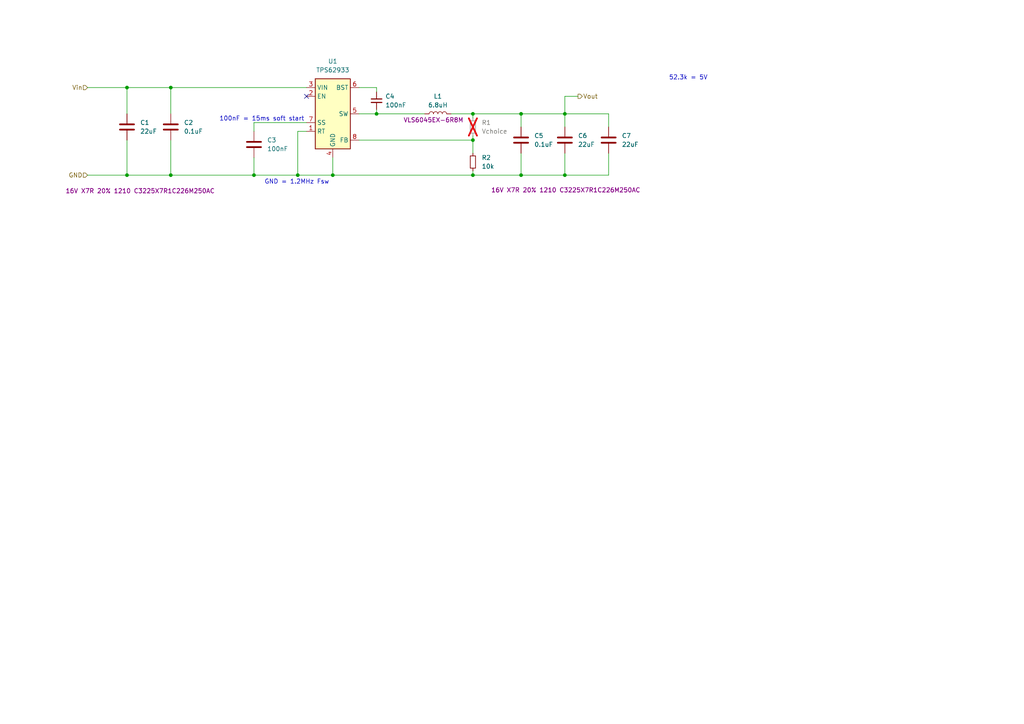
<source format=kicad_sch>
(kicad_sch (version 20231120) (generator "eeschema") (generator_version "8.0")
  (paper "A4")
  (lib_symbols
    (symbol "Device:C" (pin_numbers hide) (pin_names (offset 0.254))
      (property "Reference" "C" (at 0.635 2.54 0))
      (property "Value" "C" (at 0.635 -2.54 0))
      (symbol "C_0_1"
        (polyline (pts (xy -2.032 -0.762) (xy 2.032 -0.762)) (stroke (width 0.508)))
        (polyline (pts (xy -2.032 0.762) (xy 2.032 0.762)) (stroke (width 0.508)))
      )
      (symbol "C_1_1"
        (pin passive line (at 0 3.81 270) (length 2.794) (name "~") (number "1"))
        (pin passive line (at 0 -3.81 90) (length 2.794) (name "~") (number "2"))
      )
    )
    (symbol "Device:C_Small" (pin_numbers hide) (pin_names (offset 0.254) hide)
      (property "Reference" "C" (at 0.254 1.778 0))
      (property "Value" "C_Small" (at 0.254 -2.032 0))
      (symbol "C_Small_0_1"
        (polyline (pts (xy -1.524 -0.508) (xy 1.524 -0.508)) (stroke (width 0.3302)))
        (polyline (pts (xy -1.524 0.508) (xy 1.524 0.508)) (stroke (width 0.3048)))
      )
      (symbol "C_Small_1_1"
        (pin passive line (at 0 2.54 270) (length 2.032) (name "~") (number "1"))
        (pin passive line (at 0 -2.54 90) (length 2.032) (name "~") (number "2"))
      )
    )
    (symbol "Device:L" (pin_numbers hide) (pin_names (offset 1.016) hide)
      (property "Reference" "L" (at -1.27 0 90))
      (property "Value" "L" (at 1.905 0 90))
      (symbol "L_0_1"
        (arc (start 0 -2.54) (mid 0.6323 -1.905) (end 0 -1.27))
        (arc (start 0 -1.27) (mid 0.6323 -0.635) (end 0 0))
        (arc (start 0 0) (mid 0.6323 0.635) (end 0 1.27))
        (arc (start 0 1.27) (mid 0.6323 1.905) (end 0 2.54))
      )
      (symbol "L_1_1"
        (pin passive line (at 0 3.81 270) (length 1.27) (name "1") (number "1"))
        (pin passive line (at 0 -3.81 90) (length 1.27) (name "2") (number "2"))
      )
    )
    (symbol "Device:R_Small" (pin_numbers hide) (pin_names (offset 0.254) hide)
      (property "Reference" "R" (at 0.762 0.508 0))
      (property "Value" "R_Small" (at 0.762 -1.016 0))
      (symbol "R_Small_0_1"
        (rectangle (start -0.762 1.778) (end 0.762 -1.778) (stroke (width 0.2032)))
      )
      (symbol "R_Small_1_1"
        (pin passive line (at 0 2.54 270) (length 0.762) (name "~") (number "1"))
        (pin passive line (at 0 -2.54 90) (length 0.762) (name "~") (number "2"))
      )
    )
    (symbol "TI_TPS6293x:TPS62933"
      (property "Reference" "U" (at 0 13.97 0))
      (property "Value" "TPS62933" (at 0 11.43 0))
      (symbol "TPS62933_0_1"
        (rectangle (start -5.08 10.16) (end 5.08 -10.16) (stroke (width 0.254)) (fill (type background)))
      )
      (symbol "TPS62933_1_1"
        (pin passive line (at -7.62 -5.08 0) (length 2.54) (name "RT") (number "1"))
        (pin input line (at -7.62 5.08 0) (length 2.54) (name "EN") (number "2"))
        (pin power_in line (at -7.62 7.62 0) (length 2.54) (name "VIN") (number "3"))
        (pin power_in line (at 0 -12.7 90) (length 2.54) (name "GND") (number "4"))
        (pin output line (at 7.62 0 180) (length 2.54) (name "SW") (number "5"))
        (pin passive line (at 7.62 7.62 180) (length 2.54) (name "BST") (number "6"))
        (pin passive line (at -7.62 -2.54 0) (length 2.54) (name "SS") (number "7"))
        (pin input line (at 7.62 -7.62 180) (length 2.54) (name "FB") (number "8"))
      )
    )
  )
  (junction (at 151.13 50.8))
  (junction (at 109.22 33.02))
  (junction (at 49.53 50.8))
  (junction (at 49.53 25.4))
  (junction (at 163.83 50.8))
  (junction (at 73.66 50.8))
  (junction (at 86.36 50.8))
  (junction (at 36.83 50.8))
  (junction (at 151.13 33.02))
  (junction (at 163.83 33.02))
  (junction (at 36.83 25.4))
  (junction (at 137.16 40.64))
  (junction (at 96.52 50.8))
  (junction (at 137.16 33.02))
  (junction (at 137.16 50.8))
  (no_connect (at 88.9 27.94))
  (wire (pts (xy 86.36 50.8) (xy 96.52 50.8)))
  (wire (pts (xy 104.14 33.02) (xy 109.22 33.02)))
  (wire (pts (xy 176.53 50.8) (xy 163.83 50.8)))
  (wire (pts (xy 151.13 33.02) (xy 163.83 33.02)))
  (wire (pts (xy 104.14 40.64) (xy 137.16 40.64)))
  (wire (pts (xy 36.83 40.64) (xy 36.83 50.8)))
  (wire (pts (xy 36.83 50.8) (xy 49.53 50.8)))
  (wire (pts (xy 86.36 38.1) (xy 86.36 50.8)))
  (wire (pts (xy 137.16 33.02) (xy 137.16 34.29)))
  (wire (pts (xy 109.22 25.4) (xy 109.22 26.67)))
  (wire (pts (xy 36.83 25.4) (xy 36.83 33.02)))
  (wire (pts (xy 151.13 50.8) (xy 163.83 50.8)))
  (wire (pts (xy 88.9 38.1) (xy 86.36 38.1)))
  (wire (pts (xy 25.4 25.4) (xy 36.83 25.4)))
  (wire (pts (xy 96.52 45.72) (xy 96.52 50.8)))
  (wire (pts (xy 151.13 44.45) (xy 151.13 50.8)))
  (wire (pts (xy 137.16 49.53) (xy 137.16 50.8)))
  (wire (pts (xy 137.16 50.8) (xy 151.13 50.8)))
  (wire (pts (xy 73.66 45.72) (xy 73.66 50.8)))
  (wire (pts (xy 137.16 39.37) (xy 137.16 40.64)))
  (wire (pts (xy 73.66 50.8) (xy 86.36 50.8)))
  (wire (pts (xy 109.22 31.75) (xy 109.22 33.02)))
  (wire (pts (xy 49.53 25.4) (xy 88.9 25.4)))
  (wire (pts (xy 176.53 44.45) (xy 176.53 50.8)))
  (wire (pts (xy 73.66 35.56) (xy 88.9 35.56)))
  (wire (pts (xy 151.13 33.02) (xy 151.13 36.83)))
  (wire (pts (xy 163.83 33.02) (xy 176.53 33.02)))
  (wire (pts (xy 163.83 44.45) (xy 163.83 50.8)))
  (wire (pts (xy 176.53 33.02) (xy 176.53 36.83)))
  (wire (pts (xy 167.64 27.94) (xy 163.83 27.94)))
  (wire (pts (xy 137.16 40.64) (xy 137.16 44.45)))
  (wire (pts (xy 49.53 50.8) (xy 73.66 50.8)))
  (wire (pts (xy 73.66 35.56) (xy 73.66 38.1)))
  (wire (pts (xy 109.22 33.02) (xy 123.19 33.02)))
  (wire (pts (xy 163.83 27.94) (xy 163.83 33.02)))
  (wire (pts (xy 104.14 25.4) (xy 109.22 25.4)))
  (wire (pts (xy 163.83 33.02) (xy 163.83 36.83)))
  (wire (pts (xy 49.53 40.64) (xy 49.53 50.8)))
  (wire (pts (xy 96.52 50.8) (xy 137.16 50.8)))
  (wire (pts (xy 130.81 33.02) (xy 137.16 33.02)))
  (wire (pts (xy 137.16 33.02) (xy 151.13 33.02)))
  (wire (pts (xy 36.83 25.4) (xy 49.53 25.4)))
  (wire (pts (xy 25.4 50.8) (xy 36.83 50.8)))
  (wire (pts (xy 49.53 25.4) (xy 49.53 33.02)))
  (text "100nF = 15ms soft start" (at 75.946 34.544 0) (effects (font (size 1.27 1.27))))
  (text "52.3k = 5V" (at 199.644 22.606 0) (effects (font (size 1.27 1.27))))
  (text "GND = 1.2MHz Fsw" (at 86.106 52.832 0) (effects (font (size 1.27 1.27))))
  (hierarchical_label "GND" (shape input) (at 25.4 50.8 180))
  (hierarchical_label "Vout" (shape output) (at 167.64 27.94 0))
  (hierarchical_label "Vin" (shape input) (at 25.4 25.4 180))
  (symbol (lib_id "Device:C_Small") (at 109.22 29.21 0) (unit 1)
    (property "Reference" "C4" (at 111.76 27.9462 0) (effects (justify left)))
    (property "Value" "100nF" (at 111.76 30.4862 0) (effects (justify left)))
    (property "Footprint" "Capacitor_SMD:C_0603_1608Metric" (effects (hide yes)))
    (property "Description" "Unpolarized capacitor, small symbol" (effects (hide yes)))
  )
  (symbol (lib_id "Device:C") (at 49.53 36.83 0) (unit 1)
    (property "Reference" "C2" (at 53.34 35.5599 0) (effects (justify left)))
    (property "Value" "0.1uF" (at 53.34 38.0999 0) (effects (justify left)))
    (property "Footprint" "Capacitor_SMD:C_0603_1608Metric" (effects (hide yes)))
    (property "Description" "Unpolarized capacitor" (effects (hide yes)))
  )
  (symbol (lib_id "Device:R_Small") (at 137.16 46.99 0) (unit 1)
    (property "Reference" "R2" (at 139.7 45.7199 0) (effects (justify left)))
    (property "Value" "10k" (at 139.7 48.2599 0) (effects (justify left)))
    (property "Footprint" "Resistor_SMD:R_0603_1608Metric" (effects (hide yes)))
    (property "Description" "Resistor, small symbol" (effects (hide yes)))
  )
  (symbol (lib_id "Device:C") (at 73.66 41.91 0) (unit 1)
    (property "Reference" "C3" (at 77.47 40.6399 0) (effects (justify left)))
    (property "Value" "100nF" (at 77.47 43.1799 0) (effects (justify left)))
    (property "Footprint" "Capacitor_SMD:C_0603_1608Metric" (effects (hide yes)))
    (property "Description" "Unpolarized capacitor" (effects (hide yes)))
  )
  (symbol (lib_id "Device:L") (at 127 33.02 90) (unit 1)
    (property "Reference" "L1" (at 127 27.94 90))
    (property "Value" "6.8uH" (at 127 30.48 90))
    (property "Footprint" "Inductor:L_TDK_VLS6045EX_VLS6045AF" (effects (hide yes)))
    (property "Description" "VLS6045EX-6R8M" (at 125.73 34.798 90))
  )
  (symbol (lib_id "Device:C") (at 163.83 40.64 0) (unit 1)
    (property "Reference" "C6" (at 167.64 39.3699 0) (effects (justify left)))
    (property "Value" "22uF" (at 167.64 41.9099 0) (effects (justify left)))
    (property "Footprint" "Capacitor_SMD:C_1210_3225Metric" (effects (hide yes)))
    (property "Description" "16V X7R 20% 1210 C3225X7R1C226M250AC" (at 164.084 55.118 0))
  )
  (symbol (lib_id "Device:R_Small") (at 137.16 36.83 0) (unit 1) (dnp yes)
    (property "Reference" "R1" (at 139.7 35.5599 0) (effects (justify left)))
    (property "Value" "Vchoice" (at 139.7 38.0999 0) (effects (justify left)))
    (property "Footprint" "SMD:0603_1608Metric_DNI_NoPaste" (effects (hide yes)))
    (property "Description" "Resistor, small symbol" (effects (hide yes)))
  )
  (symbol (lib_id "Device:C") (at 176.53 40.64 0) (unit 1)
    (property "Reference" "C7" (at 180.34 39.3699 0) (effects (justify left)))
    (property "Value" "22uF" (at 180.34 41.9099 0) (effects (justify left)))
    (property "Footprint" "Capacitor_SMD:C_1210_3225Metric" (effects (hide yes)))
    (property "Description" "16V X7R 20% 1210 C3225X7R1C226M250AC" (effects (hide yes)))
  )
  (symbol (lib_id "Device:C") (at 36.83 36.83 0) (unit 1)
    (property "Reference" "C1" (at 40.64 35.5599 0) (effects (justify left)))
    (property "Value" "22uF" (at 40.64 38.0999 0) (effects (justify left)))
    (property "Footprint" "Capacitor_SMD:C_1210_3225Metric" (effects (hide yes)))
    (property "Description" "16V X7R 20% 1210 C3225X7R1C226M250AC" (at 40.64 55.372 0))
  )
  (symbol (lib_id "TI_TPS6293x:TPS62933") (at 96.52 33.02 0) (unit 1)
    (property "Reference" "U1" (at 96.52 17.78 0))
    (property "Value" "TPS62933" (at 96.52 20.32 0))
    (property "Footprint" "SOT:SOT-583-8" (effects (hide yes)))
    (property "Datasheet" "https://www.ti.com/lit/ds/symlink/tps62933.pdf" (effects (hide yes)))
    (property "Description" "3.8-30V, 3A Synchronous Buck Converters with pulse frequency modulation (PFM), SOT583-8" (effects (hide yes)))
  )
  (symbol (lib_id "Device:C") (at 151.13 40.64 0) (unit 1)
    (property "Reference" "C5" (at 154.94 39.3699 0) (effects (justify left)))
    (property "Value" "0.1uF" (at 154.94 41.9099 0) (effects (justify left)))
    (property "Footprint" "Capacitor_SMD:C_0603_1608Metric" (effects (hide yes)))
    (property "Description" "Unpolarized capacitor" (effects (hide yes)))
  )
)
</source>
